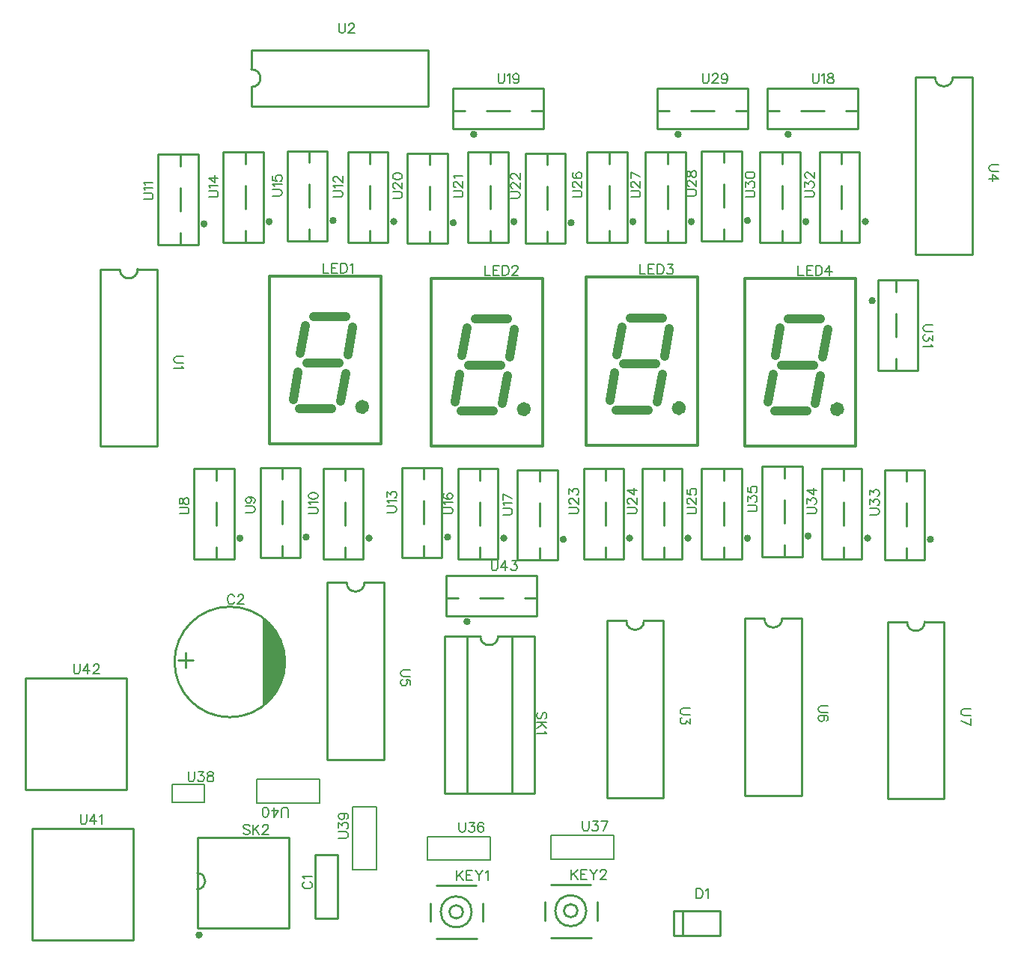
<source format=gto>
G04 Layer: TopSilkscreenLayer*
G04 EasyEDA v6.5.22, 2022-11-10 13:02:32*
G04 01bc966966e84c7b8353b39a3c1ed1af,4d8ab2db40884aeb91e54047068f32cb,10*
G04 Gerber Generator version 0.2*
G04 Scale: 100 percent, Rotated: No, Reflected: No *
G04 Dimensions in inches *
G04 leading zeros omitted , absolute positions ,3 integer and 6 decimal *
%FSLAX36Y36*%
%MOIN*%

%ADD10C,0.0060*%
%ADD11C,0.0100*%
%ADD12C,0.0394*%
%ADD13C,0.0118*%
%ADD14C,0.0157*%
%ADD15C,0.0102*%

%LPD*%
D10*
X1754799Y-1944299D02*
G01*
X1750699Y-1946399D01*
X1746599Y-1950500D01*
X1744600Y-1954499D01*
X1744600Y-1962699D01*
X1746599Y-1966799D01*
X1750699Y-1970900D01*
X1754799Y-1973000D01*
X1761000Y-1975000D01*
X1771199Y-1975000D01*
X1777299Y-1973000D01*
X1781400Y-1970900D01*
X1785500Y-1966799D01*
X1787500Y-1962699D01*
X1787500Y-1954499D01*
X1785500Y-1950500D01*
X1781400Y-1946399D01*
X1777299Y-1944299D01*
X1752799Y-1930799D02*
G01*
X1750699Y-1926700D01*
X1744600Y-1920599D01*
X1787500Y-1920599D01*
X1440694Y-674800D02*
G01*
X1438594Y-670700D01*
X1434494Y-666599D01*
X1430495Y-664600D01*
X1422295Y-664600D01*
X1418194Y-666599D01*
X1414094Y-670700D01*
X1411994Y-674800D01*
X1409994Y-680999D01*
X1409994Y-691199D01*
X1411994Y-697300D01*
X1414094Y-701399D01*
X1418194Y-705500D01*
X1422295Y-707500D01*
X1430495Y-707500D01*
X1434494Y-705500D01*
X1438594Y-701399D01*
X1440694Y-697300D01*
X1456194Y-674800D02*
G01*
X1456194Y-672800D01*
X1458294Y-668699D01*
X1460294Y-666599D01*
X1464395Y-664600D01*
X1472595Y-664600D01*
X1476694Y-666599D01*
X1478694Y-668699D01*
X1480794Y-672800D01*
X1480794Y-676900D01*
X1478694Y-680999D01*
X1474594Y-687100D01*
X1454194Y-707500D01*
X1482794Y-707500D01*
X3497500Y-1974600D02*
G01*
X3497500Y-2017500D01*
X3497500Y-1974600D02*
G01*
X3511800Y-1974600D01*
X3518000Y-1976599D01*
X3521999Y-1980700D01*
X3524099Y-1984800D01*
X3526099Y-1990999D01*
X3526099Y-2001199D01*
X3524099Y-2007300D01*
X3521999Y-2011399D01*
X3518000Y-2015500D01*
X3511800Y-2017500D01*
X3497500Y-2017500D01*
X3539600Y-1982800D02*
G01*
X3543699Y-1980700D01*
X3549899Y-1974600D01*
X3549899Y-2017500D01*
X2430000Y-1894600D02*
G01*
X2430000Y-1937500D01*
X2458599Y-1894600D02*
G01*
X2430000Y-1923200D01*
X2440200Y-1913000D02*
G01*
X2458599Y-1937500D01*
X2472100Y-1894600D02*
G01*
X2472100Y-1937500D01*
X2472100Y-1894600D02*
G01*
X2498699Y-1894600D01*
X2472100Y-1915000D02*
G01*
X2488500Y-1915000D01*
X2472100Y-1937500D02*
G01*
X2498699Y-1937500D01*
X2512200Y-1894600D02*
G01*
X2528599Y-1915000D01*
X2528599Y-1937500D01*
X2545000Y-1894600D02*
G01*
X2528599Y-1915000D01*
X2558500Y-1902800D02*
G01*
X2562500Y-1900700D01*
X2568699Y-1894600D01*
X2568699Y-1937500D01*
X2940000Y-1889600D02*
G01*
X2940000Y-1932500D01*
X2968599Y-1889600D02*
G01*
X2940000Y-1918200D01*
X2950200Y-1908000D02*
G01*
X2968599Y-1932500D01*
X2982100Y-1889600D02*
G01*
X2982100Y-1932500D01*
X2982100Y-1889600D02*
G01*
X3008699Y-1889600D01*
X2982100Y-1910000D02*
G01*
X2998500Y-1910000D01*
X2982100Y-1932500D02*
G01*
X3008699Y-1932500D01*
X3022200Y-1889600D02*
G01*
X3038599Y-1910000D01*
X3038599Y-1932500D01*
X3055000Y-1889600D02*
G01*
X3038599Y-1910000D01*
X3070500Y-1899800D02*
G01*
X3070500Y-1897800D01*
X3072500Y-1893699D01*
X3074600Y-1891599D01*
X3078699Y-1889600D01*
X3086899Y-1889600D01*
X3091000Y-1891599D01*
X3093000Y-1893699D01*
X3095000Y-1897800D01*
X3095000Y-1901900D01*
X3093000Y-1905999D01*
X3088900Y-1912100D01*
X3068500Y-1932500D01*
X3097100Y-1932500D01*
X1835730Y810109D02*
G01*
X1835730Y767210D01*
X1835730Y767210D02*
G01*
X1860230Y767210D01*
X1873729Y810109D02*
G01*
X1873729Y767210D01*
X1873729Y810109D02*
G01*
X1900330Y810109D01*
X1873729Y789710D02*
G01*
X1890129Y789710D01*
X1873729Y767210D02*
G01*
X1900330Y767210D01*
X1913829Y810109D02*
G01*
X1913829Y767210D01*
X1913829Y810109D02*
G01*
X1928230Y810109D01*
X1934330Y808110D01*
X1938429Y804009D01*
X1940429Y799909D01*
X1942529Y793710D01*
X1942529Y783510D01*
X1940429Y777409D01*
X1938429Y773310D01*
X1934330Y769209D01*
X1928230Y767210D01*
X1913829Y767210D01*
X1956030Y801909D02*
G01*
X1960129Y804009D01*
X1966229Y810109D01*
X1966229Y767210D01*
X2555730Y800109D02*
G01*
X2555730Y757210D01*
X2555730Y757210D02*
G01*
X2580230Y757210D01*
X2593729Y800109D02*
G01*
X2593729Y757210D01*
X2593729Y800109D02*
G01*
X2620330Y800109D01*
X2593729Y779710D02*
G01*
X2610129Y779710D01*
X2593729Y757210D02*
G01*
X2620330Y757210D01*
X2633829Y800109D02*
G01*
X2633829Y757210D01*
X2633829Y800109D02*
G01*
X2648230Y800109D01*
X2654330Y798110D01*
X2658429Y794009D01*
X2660429Y789909D01*
X2662529Y783710D01*
X2662529Y773510D01*
X2660429Y767409D01*
X2658429Y763310D01*
X2654330Y759209D01*
X2648230Y757210D01*
X2633829Y757210D01*
X2678029Y789909D02*
G01*
X2678029Y791909D01*
X2680129Y796010D01*
X2682129Y798110D01*
X2686229Y800109D01*
X2694430Y800109D01*
X2698530Y798110D01*
X2700529Y796010D01*
X2702629Y791909D01*
X2702629Y787809D01*
X2700529Y783710D01*
X2696430Y777609D01*
X2676030Y757210D01*
X2704629Y757210D01*
X3245730Y805109D02*
G01*
X3245730Y762210D01*
X3245730Y762210D02*
G01*
X3270230Y762210D01*
X3283729Y805109D02*
G01*
X3283729Y762210D01*
X3283729Y805109D02*
G01*
X3310330Y805109D01*
X3283729Y784710D02*
G01*
X3300129Y784710D01*
X3283729Y762210D02*
G01*
X3310330Y762210D01*
X3323829Y805109D02*
G01*
X3323829Y762210D01*
X3323829Y805109D02*
G01*
X3338230Y805109D01*
X3344330Y803110D01*
X3348429Y799009D01*
X3350429Y794909D01*
X3352529Y788710D01*
X3352529Y778510D01*
X3350429Y772409D01*
X3348429Y768310D01*
X3344330Y764209D01*
X3338230Y762210D01*
X3323829Y762210D01*
X3370129Y805109D02*
G01*
X3392629Y805109D01*
X3380330Y788710D01*
X3386430Y788710D01*
X3390529Y786709D01*
X3392629Y784710D01*
X3394629Y778510D01*
X3394629Y774409D01*
X3392629Y768310D01*
X3388530Y764209D01*
X3382330Y762210D01*
X3376229Y762210D01*
X3370129Y764209D01*
X3368029Y766210D01*
X3366030Y770309D01*
X3950730Y800109D02*
G01*
X3950730Y757210D01*
X3950730Y757210D02*
G01*
X3975230Y757210D01*
X3988729Y800109D02*
G01*
X3988729Y757210D01*
X3988729Y800109D02*
G01*
X4015330Y800109D01*
X3988729Y779710D02*
G01*
X4005129Y779710D01*
X3988729Y757210D02*
G01*
X4015330Y757210D01*
X4028829Y800109D02*
G01*
X4028829Y757210D01*
X4028829Y800109D02*
G01*
X4043230Y800109D01*
X4049330Y798110D01*
X4053429Y794009D01*
X4055429Y789909D01*
X4057529Y783710D01*
X4057529Y773510D01*
X4055429Y767409D01*
X4053429Y763310D01*
X4049330Y759209D01*
X4043230Y757210D01*
X4028829Y757210D01*
X4091430Y800109D02*
G01*
X4071030Y771509D01*
X4101729Y771509D01*
X4091430Y800109D02*
G01*
X4091430Y757210D01*
X2824300Y-1218600D02*
G01*
X2828400Y-1214499D01*
X2830399Y-1208400D01*
X2830399Y-1200199D01*
X2828400Y-1194099D01*
X2824300Y-1190000D01*
X2820200Y-1190000D01*
X2816099Y-1191999D01*
X2813999Y-1194099D01*
X2811999Y-1198200D01*
X2807899Y-1210500D01*
X2805900Y-1214499D01*
X2803800Y-1216599D01*
X2799700Y-1218600D01*
X2793599Y-1218600D01*
X2789499Y-1214499D01*
X2787500Y-1208400D01*
X2787500Y-1200199D01*
X2789499Y-1194099D01*
X2793599Y-1190000D01*
X2830399Y-1232100D02*
G01*
X2787500Y-1232100D01*
X2830399Y-1260799D02*
G01*
X2801800Y-1232100D01*
X2811999Y-1242399D02*
G01*
X2787500Y-1260799D01*
X2822200Y-1274299D02*
G01*
X2824300Y-1278400D01*
X2830399Y-1284499D01*
X2787500Y-1284499D01*
X1508599Y-1695700D02*
G01*
X1504499Y-1691599D01*
X1498400Y-1689600D01*
X1490200Y-1689600D01*
X1484099Y-1691599D01*
X1480000Y-1695700D01*
X1480000Y-1699800D01*
X1481999Y-1703899D01*
X1484099Y-1705999D01*
X1488199Y-1708000D01*
X1500500Y-1712100D01*
X1504499Y-1714099D01*
X1506599Y-1716199D01*
X1508599Y-1720300D01*
X1508599Y-1726399D01*
X1504499Y-1730500D01*
X1498400Y-1732500D01*
X1490200Y-1732500D01*
X1484099Y-1730500D01*
X1480000Y-1726399D01*
X1522100Y-1689600D02*
G01*
X1522100Y-1732500D01*
X1550799Y-1689600D02*
G01*
X1522100Y-1718200D01*
X1532399Y-1708000D02*
G01*
X1550799Y-1732500D01*
X1566300Y-1699800D02*
G01*
X1566300Y-1697800D01*
X1568400Y-1693699D01*
X1570399Y-1691599D01*
X1574499Y-1689600D01*
X1582700Y-1689600D01*
X1586800Y-1691599D01*
X1588800Y-1693699D01*
X1590900Y-1697800D01*
X1590900Y-1701900D01*
X1588800Y-1705999D01*
X1584700Y-1712100D01*
X1564300Y-1732500D01*
X1592899Y-1732500D01*
X1214070Y394659D02*
G01*
X1183370Y394659D01*
X1177269Y392660D01*
X1173170Y388560D01*
X1171170Y382359D01*
X1171170Y378260D01*
X1173170Y372159D01*
X1177269Y368060D01*
X1183370Y366060D01*
X1214070Y366060D01*
X1205870Y352559D02*
G01*
X1207969Y348460D01*
X1214070Y342260D01*
X1171170Y342260D01*
X1905339Y1879070D02*
G01*
X1905339Y1848370D01*
X1907340Y1842269D01*
X1911440Y1838170D01*
X1917640Y1836170D01*
X1921739Y1836170D01*
X1927839Y1838170D01*
X1931940Y1842269D01*
X1933940Y1848370D01*
X1933940Y1879070D01*
X1949539Y1868870D02*
G01*
X1949539Y1870870D01*
X1951540Y1874969D01*
X1953639Y1877069D01*
X1957740Y1879070D01*
X1965839Y1879070D01*
X1969939Y1877069D01*
X1972039Y1874969D01*
X1974040Y1870870D01*
X1974040Y1866770D01*
X1972039Y1862669D01*
X1967939Y1856570D01*
X1947439Y1836170D01*
X1976139Y1836170D01*
X3469070Y-1170340D02*
G01*
X3438370Y-1170340D01*
X3432269Y-1172339D01*
X3428170Y-1176439D01*
X3426170Y-1182640D01*
X3426170Y-1186739D01*
X3428170Y-1192840D01*
X3432269Y-1196939D01*
X3438370Y-1198939D01*
X3469070Y-1198939D01*
X3469070Y-1216540D02*
G01*
X3469070Y-1239040D01*
X3452669Y-1226840D01*
X3452669Y-1232939D01*
X3450670Y-1237040D01*
X3448670Y-1239040D01*
X3442470Y-1241140D01*
X3438370Y-1241140D01*
X3432269Y-1239040D01*
X3428170Y-1234940D01*
X3426170Y-1228840D01*
X3426170Y-1222739D01*
X3428170Y-1216540D01*
X3430169Y-1214540D01*
X3434269Y-1212440D01*
X4844070Y1249659D02*
G01*
X4813370Y1249659D01*
X4807269Y1247660D01*
X4803170Y1243560D01*
X4801170Y1237359D01*
X4801170Y1233260D01*
X4803170Y1227159D01*
X4807269Y1223060D01*
X4813370Y1221060D01*
X4844070Y1221060D01*
X4844070Y1187060D02*
G01*
X4815469Y1207559D01*
X4815469Y1176860D01*
X4844070Y1187060D02*
G01*
X4801170Y1187060D01*
X2224070Y-1000340D02*
G01*
X2193370Y-1000340D01*
X2187269Y-1002339D01*
X2183170Y-1006439D01*
X2181170Y-1012640D01*
X2181170Y-1016739D01*
X2183170Y-1022840D01*
X2187269Y-1026939D01*
X2193370Y-1028939D01*
X2224070Y-1028939D01*
X2224070Y-1067040D02*
G01*
X2224070Y-1046540D01*
X2205670Y-1044540D01*
X2207669Y-1046540D01*
X2209769Y-1052739D01*
X2209769Y-1058840D01*
X2207669Y-1064940D01*
X2203670Y-1069040D01*
X2197470Y-1071140D01*
X2193370Y-1071140D01*
X2187269Y-1069040D01*
X2183170Y-1064940D01*
X2181170Y-1058840D01*
X2181170Y-1052739D01*
X2183170Y-1046540D01*
X2185169Y-1044540D01*
X2189269Y-1042440D01*
X4084070Y-1160340D02*
G01*
X4053370Y-1160340D01*
X4047269Y-1162339D01*
X4043170Y-1166439D01*
X4041170Y-1172640D01*
X4041170Y-1176739D01*
X4043170Y-1182840D01*
X4047269Y-1186939D01*
X4053370Y-1188939D01*
X4084070Y-1188939D01*
X4077969Y-1227040D02*
G01*
X4082070Y-1224940D01*
X4084070Y-1218840D01*
X4084070Y-1214740D01*
X4082070Y-1208640D01*
X4075870Y-1204540D01*
X4065670Y-1202440D01*
X4055469Y-1202440D01*
X4047269Y-1204540D01*
X4043170Y-1208640D01*
X4041170Y-1214740D01*
X4041170Y-1216840D01*
X4043170Y-1222939D01*
X4047269Y-1227040D01*
X4053370Y-1229040D01*
X4055469Y-1229040D01*
X4061570Y-1227040D01*
X4065670Y-1222939D01*
X4067669Y-1216840D01*
X4067669Y-1214740D01*
X4065670Y-1208640D01*
X4061570Y-1204540D01*
X4055469Y-1202440D01*
X4719070Y-1175340D02*
G01*
X4688370Y-1175340D01*
X4682269Y-1177339D01*
X4678170Y-1181439D01*
X4676170Y-1187640D01*
X4676170Y-1191739D01*
X4678170Y-1197840D01*
X4682269Y-1201939D01*
X4688370Y-1203939D01*
X4719070Y-1203939D01*
X4719070Y-1246140D02*
G01*
X4676170Y-1225639D01*
X4719070Y-1217440D02*
G01*
X4719070Y-1246140D01*
X1195100Y-305000D02*
G01*
X1225799Y-305000D01*
X1231899Y-303000D01*
X1236000Y-298899D01*
X1238000Y-292699D01*
X1238000Y-288600D01*
X1236000Y-282500D01*
X1231899Y-278400D01*
X1225799Y-276399D01*
X1195100Y-276399D01*
X1195100Y-252600D02*
G01*
X1197100Y-258800D01*
X1201199Y-260799D01*
X1205299Y-260799D01*
X1209399Y-258800D01*
X1211499Y-254699D01*
X1213500Y-246500D01*
X1215500Y-240399D01*
X1219600Y-236300D01*
X1223699Y-234200D01*
X1229899Y-234200D01*
X1233999Y-236300D01*
X1236000Y-238299D01*
X1238000Y-244499D01*
X1238000Y-252600D01*
X1236000Y-258800D01*
X1233999Y-260799D01*
X1229899Y-262899D01*
X1223699Y-262899D01*
X1219600Y-260799D01*
X1215500Y-256700D01*
X1213500Y-250599D01*
X1211499Y-242399D01*
X1209399Y-238299D01*
X1205299Y-236300D01*
X1201199Y-236300D01*
X1197100Y-238299D01*
X1195100Y-244499D01*
X1195100Y-252600D01*
X1490100Y-300000D02*
G01*
X1520799Y-300000D01*
X1526899Y-298000D01*
X1531000Y-293899D01*
X1533000Y-287699D01*
X1533000Y-283600D01*
X1531000Y-277500D01*
X1526899Y-273400D01*
X1520799Y-271399D01*
X1490100Y-271399D01*
X1504399Y-231300D02*
G01*
X1510500Y-233299D01*
X1514600Y-237399D01*
X1516700Y-243499D01*
X1516700Y-245599D01*
X1514600Y-251700D01*
X1510500Y-255799D01*
X1504399Y-257899D01*
X1502399Y-257899D01*
X1496199Y-255799D01*
X1492100Y-251700D01*
X1490100Y-245599D01*
X1490100Y-243499D01*
X1492100Y-237399D01*
X1496199Y-233299D01*
X1504399Y-231300D01*
X1514600Y-231300D01*
X1524899Y-233299D01*
X1531000Y-237399D01*
X1533000Y-243499D01*
X1533000Y-247600D01*
X1531000Y-253800D01*
X1526899Y-255799D01*
X1770100Y-305000D02*
G01*
X1800799Y-305000D01*
X1806899Y-303000D01*
X1811000Y-298899D01*
X1813000Y-292699D01*
X1813000Y-288600D01*
X1811000Y-282500D01*
X1806899Y-278400D01*
X1800799Y-276399D01*
X1770100Y-276399D01*
X1778299Y-262899D02*
G01*
X1776199Y-258800D01*
X1770100Y-252600D01*
X1813000Y-252600D01*
X1770100Y-226900D02*
G01*
X1772100Y-233000D01*
X1778299Y-237100D01*
X1788500Y-239099D01*
X1794600Y-239099D01*
X1804899Y-237100D01*
X1811000Y-233000D01*
X1813000Y-226900D01*
X1813000Y-222800D01*
X1811000Y-216599D01*
X1804899Y-212500D01*
X1794600Y-210500D01*
X1788500Y-210500D01*
X1778299Y-212500D01*
X1772100Y-216599D01*
X1770100Y-222800D01*
X1770100Y-226900D01*
X1035100Y1095000D02*
G01*
X1065799Y1095000D01*
X1071899Y1096999D01*
X1076000Y1101100D01*
X1078000Y1107300D01*
X1078000Y1111399D01*
X1076000Y1117500D01*
X1071899Y1121599D01*
X1065799Y1123600D01*
X1035100Y1123600D01*
X1043299Y1137100D02*
G01*
X1041199Y1141199D01*
X1035100Y1147399D01*
X1078000Y1147399D01*
X1043299Y1160900D02*
G01*
X1041199Y1165000D01*
X1035100Y1171100D01*
X1078000Y1171100D01*
X1880100Y1105000D02*
G01*
X1910799Y1105000D01*
X1916899Y1106999D01*
X1921000Y1111100D01*
X1923000Y1117300D01*
X1923000Y1121399D01*
X1921000Y1127500D01*
X1916899Y1131599D01*
X1910799Y1133600D01*
X1880100Y1133600D01*
X1888299Y1147100D02*
G01*
X1886199Y1151199D01*
X1880100Y1157399D01*
X1923000Y1157399D01*
X1890299Y1172899D02*
G01*
X1888299Y1172899D01*
X1884200Y1175000D01*
X1882100Y1176999D01*
X1880100Y1181100D01*
X1880100Y1189299D01*
X1882100Y1193400D01*
X1884200Y1195399D01*
X1888299Y1197500D01*
X1892399Y1197500D01*
X1896499Y1195399D01*
X1902600Y1191300D01*
X1923000Y1170900D01*
X1923000Y1199499D01*
X2120100Y-300000D02*
G01*
X2150799Y-300000D01*
X2156899Y-298000D01*
X2161000Y-293899D01*
X2163000Y-287699D01*
X2163000Y-283600D01*
X2161000Y-277500D01*
X2156899Y-273400D01*
X2150799Y-271399D01*
X2120100Y-271399D01*
X2128299Y-257899D02*
G01*
X2126199Y-253800D01*
X2120100Y-247600D01*
X2163000Y-247600D01*
X2120100Y-230000D02*
G01*
X2120100Y-207500D01*
X2136499Y-219800D01*
X2136499Y-213699D01*
X2138500Y-209600D01*
X2140500Y-207500D01*
X2146700Y-205500D01*
X2150799Y-205500D01*
X2156899Y-207500D01*
X2161000Y-211599D01*
X2163000Y-217800D01*
X2163000Y-223899D01*
X2161000Y-230000D01*
X2158999Y-232100D01*
X2154899Y-234099D01*
X1325100Y1105000D02*
G01*
X1355799Y1105000D01*
X1361899Y1106999D01*
X1366000Y1111100D01*
X1368000Y1117300D01*
X1368000Y1121399D01*
X1366000Y1127500D01*
X1361899Y1131599D01*
X1355799Y1133600D01*
X1325100Y1133600D01*
X1333299Y1147100D02*
G01*
X1331199Y1151199D01*
X1325100Y1157399D01*
X1368000Y1157399D01*
X1325100Y1191300D02*
G01*
X1353699Y1170900D01*
X1353699Y1201500D01*
X1325100Y1191300D02*
G01*
X1368000Y1191300D01*
X1610100Y1110000D02*
G01*
X1640799Y1110000D01*
X1646899Y1111999D01*
X1651000Y1116100D01*
X1653000Y1122300D01*
X1653000Y1126399D01*
X1651000Y1132500D01*
X1646899Y1136599D01*
X1640799Y1138600D01*
X1610100Y1138600D01*
X1618299Y1152100D02*
G01*
X1616199Y1156199D01*
X1610100Y1162399D01*
X1653000Y1162399D01*
X1610100Y1200399D02*
G01*
X1610100Y1180000D01*
X1628500Y1177899D01*
X1626499Y1180000D01*
X1624399Y1186100D01*
X1624399Y1192199D01*
X1626499Y1198400D01*
X1630500Y1202500D01*
X1636700Y1204499D01*
X1640799Y1204499D01*
X1646899Y1202500D01*
X1651000Y1198400D01*
X1653000Y1192199D01*
X1653000Y1186100D01*
X1651000Y1180000D01*
X1648999Y1177899D01*
X1644899Y1175900D01*
X2370100Y-305000D02*
G01*
X2400799Y-305000D01*
X2406899Y-303000D01*
X2411000Y-298899D01*
X2413000Y-292699D01*
X2413000Y-288600D01*
X2411000Y-282500D01*
X2406899Y-278400D01*
X2400799Y-276399D01*
X2370100Y-276399D01*
X2378299Y-262899D02*
G01*
X2376199Y-258800D01*
X2370100Y-252600D01*
X2413000Y-252600D01*
X2376199Y-214600D02*
G01*
X2372100Y-216599D01*
X2370100Y-222800D01*
X2370100Y-226900D01*
X2372100Y-233000D01*
X2378299Y-237100D01*
X2388500Y-239099D01*
X2398699Y-239099D01*
X2406899Y-237100D01*
X2411000Y-233000D01*
X2413000Y-226900D01*
X2413000Y-224800D01*
X2411000Y-218699D01*
X2406899Y-214600D01*
X2400799Y-212500D01*
X2398699Y-212500D01*
X2392600Y-214600D01*
X2388500Y-218699D01*
X2386499Y-224800D01*
X2386499Y-226900D01*
X2388500Y-233000D01*
X2392600Y-237100D01*
X2398699Y-239099D01*
X2635100Y-310000D02*
G01*
X2665799Y-310000D01*
X2671899Y-308000D01*
X2676000Y-303899D01*
X2678000Y-297699D01*
X2678000Y-293600D01*
X2676000Y-287500D01*
X2671899Y-283400D01*
X2665799Y-281399D01*
X2635100Y-281399D01*
X2643299Y-267899D02*
G01*
X2641199Y-263800D01*
X2635100Y-257600D01*
X2678000Y-257600D01*
X2635100Y-215500D02*
G01*
X2678000Y-235999D01*
X2635100Y-244099D02*
G01*
X2635100Y-215500D01*
X4015000Y1654899D02*
G01*
X4015000Y1624200D01*
X4016999Y1618099D01*
X4021099Y1614000D01*
X4027299Y1611999D01*
X4031400Y1611999D01*
X4037500Y1614000D01*
X4041599Y1618099D01*
X4043599Y1624200D01*
X4043599Y1654899D01*
X4057100Y1646700D02*
G01*
X4061199Y1648800D01*
X4067399Y1654899D01*
X4067399Y1611999D01*
X4091099Y1654899D02*
G01*
X4085000Y1652899D01*
X4082899Y1648800D01*
X4082899Y1644699D01*
X4085000Y1640599D01*
X4088999Y1638499D01*
X4097200Y1636500D01*
X4103400Y1634499D01*
X4107500Y1630399D01*
X4109499Y1626300D01*
X4109499Y1620100D01*
X4107500Y1615999D01*
X4105399Y1614000D01*
X4099300Y1611999D01*
X4091099Y1611999D01*
X4085000Y1614000D01*
X4082899Y1615999D01*
X4080900Y1620100D01*
X4080900Y1626300D01*
X4082899Y1630399D01*
X4086999Y1634499D01*
X4093100Y1636500D01*
X4101300Y1638499D01*
X4105399Y1640599D01*
X4107500Y1644699D01*
X4107500Y1648800D01*
X4105399Y1652899D01*
X4099300Y1654899D01*
X4091099Y1654899D01*
X2615000Y1654899D02*
G01*
X2615000Y1624200D01*
X2616999Y1618099D01*
X2621099Y1614000D01*
X2627299Y1611999D01*
X2631400Y1611999D01*
X2637500Y1614000D01*
X2641599Y1618099D01*
X2643599Y1624200D01*
X2643599Y1654899D01*
X2657100Y1646700D02*
G01*
X2661199Y1648800D01*
X2667399Y1654899D01*
X2667399Y1611999D01*
X2707500Y1640599D02*
G01*
X2705399Y1634499D01*
X2701300Y1630399D01*
X2695200Y1628299D01*
X2693100Y1628299D01*
X2686999Y1630399D01*
X2682899Y1634499D01*
X2680900Y1640599D01*
X2680900Y1642600D01*
X2682899Y1648800D01*
X2686999Y1652899D01*
X2693100Y1654899D01*
X2695200Y1654899D01*
X2701300Y1652899D01*
X2705399Y1648800D01*
X2707500Y1640599D01*
X2707500Y1630399D01*
X2705399Y1620100D01*
X2701300Y1614000D01*
X2695200Y1611999D01*
X2691099Y1611999D01*
X2685000Y1614000D01*
X2682899Y1618099D01*
X2145100Y1100000D02*
G01*
X2175799Y1100000D01*
X2181899Y1101999D01*
X2186000Y1106100D01*
X2188000Y1112300D01*
X2188000Y1116399D01*
X2186000Y1122500D01*
X2181899Y1126599D01*
X2175799Y1128600D01*
X2145100Y1128600D01*
X2155299Y1144200D02*
G01*
X2153299Y1144200D01*
X2149200Y1146199D01*
X2147100Y1148299D01*
X2145100Y1152399D01*
X2145100Y1160500D01*
X2147100Y1164600D01*
X2149200Y1166700D01*
X2153299Y1168699D01*
X2157399Y1168699D01*
X2161499Y1166700D01*
X2167600Y1162600D01*
X2188000Y1142100D01*
X2188000Y1170799D01*
X2145100Y1196500D02*
G01*
X2147100Y1190399D01*
X2153299Y1186300D01*
X2163500Y1184299D01*
X2169600Y1184299D01*
X2179899Y1186300D01*
X2186000Y1190399D01*
X2188000Y1196500D01*
X2188000Y1200599D01*
X2186000Y1206799D01*
X2179899Y1210900D01*
X2169600Y1212899D01*
X2163500Y1212899D01*
X2153299Y1210900D01*
X2147100Y1206799D01*
X2145100Y1200599D01*
X2145100Y1196500D01*
X2415100Y1105000D02*
G01*
X2445799Y1105000D01*
X2451899Y1106999D01*
X2456000Y1111100D01*
X2458000Y1117300D01*
X2458000Y1121399D01*
X2456000Y1127500D01*
X2451899Y1131599D01*
X2445799Y1133600D01*
X2415100Y1133600D01*
X2425299Y1149200D02*
G01*
X2423299Y1149200D01*
X2419200Y1151199D01*
X2417100Y1153299D01*
X2415100Y1157399D01*
X2415100Y1165500D01*
X2417100Y1169600D01*
X2419200Y1171700D01*
X2423299Y1173699D01*
X2427399Y1173699D01*
X2431499Y1171700D01*
X2437600Y1167600D01*
X2458000Y1147100D01*
X2458000Y1175799D01*
X2423299Y1189299D02*
G01*
X2421199Y1193400D01*
X2415100Y1199499D01*
X2458000Y1199499D01*
X2670100Y1100000D02*
G01*
X2700799Y1100000D01*
X2706899Y1101999D01*
X2711000Y1106100D01*
X2713000Y1112300D01*
X2713000Y1116399D01*
X2711000Y1122500D01*
X2706899Y1126599D01*
X2700799Y1128600D01*
X2670100Y1128600D01*
X2680299Y1144200D02*
G01*
X2678299Y1144200D01*
X2674200Y1146199D01*
X2672100Y1148299D01*
X2670100Y1152399D01*
X2670100Y1160500D01*
X2672100Y1164600D01*
X2674200Y1166700D01*
X2678299Y1168699D01*
X2682399Y1168699D01*
X2686499Y1166700D01*
X2692600Y1162600D01*
X2713000Y1142100D01*
X2713000Y1170799D01*
X2680299Y1186300D02*
G01*
X2678299Y1186300D01*
X2674200Y1188400D01*
X2672100Y1190399D01*
X2670100Y1194499D01*
X2670100Y1202699D01*
X2672100Y1206799D01*
X2674200Y1208800D01*
X2678299Y1210900D01*
X2682399Y1210900D01*
X2686499Y1208800D01*
X2692600Y1204699D01*
X2713000Y1184299D01*
X2713000Y1212899D01*
X2930100Y-305000D02*
G01*
X2960799Y-305000D01*
X2966899Y-303000D01*
X2971000Y-298899D01*
X2973000Y-292699D01*
X2973000Y-288600D01*
X2971000Y-282500D01*
X2966899Y-278400D01*
X2960799Y-276399D01*
X2930100Y-276399D01*
X2940299Y-260799D02*
G01*
X2938299Y-260799D01*
X2934200Y-258800D01*
X2932100Y-256700D01*
X2930100Y-252600D01*
X2930100Y-244499D01*
X2932100Y-240399D01*
X2934200Y-238299D01*
X2938299Y-236300D01*
X2942399Y-236300D01*
X2946499Y-238299D01*
X2952600Y-242399D01*
X2973000Y-262899D01*
X2973000Y-234200D01*
X2930100Y-216599D02*
G01*
X2930100Y-194099D01*
X2946499Y-206399D01*
X2946499Y-200300D01*
X2948500Y-196199D01*
X2950500Y-194099D01*
X2956700Y-192100D01*
X2960799Y-192100D01*
X2966899Y-194099D01*
X2971000Y-198200D01*
X2973000Y-204400D01*
X2973000Y-210500D01*
X2971000Y-216599D01*
X2968999Y-218699D01*
X2964899Y-220700D01*
X3190100Y-305000D02*
G01*
X3220799Y-305000D01*
X3226899Y-303000D01*
X3231000Y-298899D01*
X3233000Y-292699D01*
X3233000Y-288600D01*
X3231000Y-282500D01*
X3226899Y-278400D01*
X3220799Y-276399D01*
X3190100Y-276399D01*
X3200299Y-260799D02*
G01*
X3198299Y-260799D01*
X3194200Y-258800D01*
X3192100Y-256700D01*
X3190100Y-252600D01*
X3190100Y-244499D01*
X3192100Y-240399D01*
X3194200Y-238299D01*
X3198299Y-236300D01*
X3202399Y-236300D01*
X3206499Y-238299D01*
X3212600Y-242399D01*
X3233000Y-262899D01*
X3233000Y-234200D01*
X3190100Y-200300D02*
G01*
X3218699Y-220700D01*
X3218699Y-190000D01*
X3190100Y-200300D02*
G01*
X3233000Y-200300D01*
X3455100Y-305000D02*
G01*
X3485799Y-305000D01*
X3491899Y-303000D01*
X3496000Y-298899D01*
X3498000Y-292699D01*
X3498000Y-288600D01*
X3496000Y-282500D01*
X3491899Y-278400D01*
X3485799Y-276399D01*
X3455100Y-276399D01*
X3465299Y-260799D02*
G01*
X3463299Y-260799D01*
X3459200Y-258800D01*
X3457100Y-256700D01*
X3455100Y-252600D01*
X3455100Y-244499D01*
X3457100Y-240399D01*
X3459200Y-238299D01*
X3463299Y-236300D01*
X3467399Y-236300D01*
X3471499Y-238299D01*
X3477600Y-242399D01*
X3498000Y-262899D01*
X3498000Y-234200D01*
X3455100Y-196199D02*
G01*
X3455100Y-216599D01*
X3473500Y-218699D01*
X3471499Y-216599D01*
X3469399Y-210500D01*
X3469399Y-204400D01*
X3471499Y-198200D01*
X3475500Y-194099D01*
X3481700Y-192100D01*
X3485799Y-192100D01*
X3491899Y-194099D01*
X3496000Y-198200D01*
X3498000Y-204400D01*
X3498000Y-210500D01*
X3496000Y-216599D01*
X3493999Y-218699D01*
X3489899Y-220700D01*
X2945100Y1105000D02*
G01*
X2975799Y1105000D01*
X2981899Y1106999D01*
X2986000Y1111100D01*
X2988000Y1117300D01*
X2988000Y1121399D01*
X2986000Y1127500D01*
X2981899Y1131599D01*
X2975799Y1133600D01*
X2945100Y1133600D01*
X2955299Y1149200D02*
G01*
X2953299Y1149200D01*
X2949200Y1151199D01*
X2947100Y1153299D01*
X2945100Y1157399D01*
X2945100Y1165500D01*
X2947100Y1169600D01*
X2949200Y1171700D01*
X2953299Y1173699D01*
X2957399Y1173699D01*
X2961499Y1171700D01*
X2967600Y1167600D01*
X2988000Y1147100D01*
X2988000Y1175799D01*
X2951199Y1213800D02*
G01*
X2947100Y1211799D01*
X2945100Y1205599D01*
X2945100Y1201500D01*
X2947100Y1195399D01*
X2953299Y1191300D01*
X2963500Y1189299D01*
X2973699Y1189299D01*
X2981899Y1191300D01*
X2986000Y1195399D01*
X2988000Y1201500D01*
X2988000Y1203600D01*
X2986000Y1209699D01*
X2981899Y1213800D01*
X2975799Y1215900D01*
X2973699Y1215900D01*
X2967600Y1213800D01*
X2963500Y1209699D01*
X2961499Y1203600D01*
X2961499Y1201500D01*
X2963500Y1195399D01*
X2967600Y1191300D01*
X2973699Y1189299D01*
X3205100Y1105000D02*
G01*
X3235799Y1105000D01*
X3241899Y1106999D01*
X3246000Y1111100D01*
X3248000Y1117300D01*
X3248000Y1121399D01*
X3246000Y1127500D01*
X3241899Y1131599D01*
X3235799Y1133600D01*
X3205100Y1133600D01*
X3215299Y1149200D02*
G01*
X3213299Y1149200D01*
X3209200Y1151199D01*
X3207100Y1153299D01*
X3205100Y1157399D01*
X3205100Y1165500D01*
X3207100Y1169600D01*
X3209200Y1171700D01*
X3213299Y1173699D01*
X3217399Y1173699D01*
X3221499Y1171700D01*
X3227600Y1167600D01*
X3248000Y1147100D01*
X3248000Y1175799D01*
X3205100Y1217899D02*
G01*
X3248000Y1197500D01*
X3205100Y1189299D02*
G01*
X3205100Y1217899D01*
X3455100Y1110000D02*
G01*
X3485799Y1110000D01*
X3491899Y1111999D01*
X3496000Y1116100D01*
X3498000Y1122300D01*
X3498000Y1126399D01*
X3496000Y1132500D01*
X3491899Y1136599D01*
X3485799Y1138600D01*
X3455100Y1138600D01*
X3465299Y1154200D02*
G01*
X3463299Y1154200D01*
X3459200Y1156199D01*
X3457100Y1158299D01*
X3455100Y1162399D01*
X3455100Y1170500D01*
X3457100Y1174600D01*
X3459200Y1176700D01*
X3463299Y1178699D01*
X3467399Y1178699D01*
X3471499Y1176700D01*
X3477600Y1172600D01*
X3498000Y1152100D01*
X3498000Y1180799D01*
X3455100Y1204499D02*
G01*
X3457100Y1198400D01*
X3461199Y1196300D01*
X3465299Y1196300D01*
X3469399Y1198400D01*
X3471499Y1202500D01*
X3473500Y1210599D01*
X3475500Y1216799D01*
X3479600Y1220900D01*
X3483699Y1222899D01*
X3489899Y1222899D01*
X3493999Y1220900D01*
X3496000Y1218800D01*
X3498000Y1212699D01*
X3498000Y1204499D01*
X3496000Y1198400D01*
X3493999Y1196300D01*
X3489899Y1194299D01*
X3483699Y1194299D01*
X3479600Y1196300D01*
X3475500Y1200399D01*
X3473500Y1206500D01*
X3471499Y1214699D01*
X3469399Y1218800D01*
X3465299Y1220900D01*
X3461199Y1220900D01*
X3457100Y1218800D01*
X3455100Y1212699D01*
X3455100Y1204499D01*
X3525000Y1654899D02*
G01*
X3525000Y1624200D01*
X3526999Y1618099D01*
X3531099Y1614000D01*
X3537299Y1611999D01*
X3541400Y1611999D01*
X3547500Y1614000D01*
X3551599Y1618099D01*
X3553599Y1624200D01*
X3553599Y1654899D01*
X3569200Y1644699D02*
G01*
X3569200Y1646700D01*
X3571199Y1650799D01*
X3573299Y1652899D01*
X3577399Y1654899D01*
X3585500Y1654899D01*
X3589600Y1652899D01*
X3591700Y1650799D01*
X3593699Y1646700D01*
X3593699Y1642600D01*
X3591700Y1638499D01*
X3587600Y1632399D01*
X3567100Y1611999D01*
X3595799Y1611999D01*
X3635900Y1640599D02*
G01*
X3633800Y1634499D01*
X3629700Y1630399D01*
X3623599Y1628299D01*
X3621499Y1628299D01*
X3615399Y1630399D01*
X3611300Y1634499D01*
X3609300Y1640599D01*
X3609300Y1642600D01*
X3611300Y1648800D01*
X3615399Y1652899D01*
X3621499Y1654899D01*
X3623599Y1654899D01*
X3629700Y1652899D01*
X3633800Y1648800D01*
X3635900Y1640599D01*
X3635900Y1630399D01*
X3633800Y1620100D01*
X3629700Y1614000D01*
X3623599Y1611999D01*
X3619499Y1611999D01*
X3613400Y1614000D01*
X3611300Y1618099D01*
X3715100Y1105000D02*
G01*
X3745799Y1105000D01*
X3751899Y1106999D01*
X3756000Y1111100D01*
X3758000Y1117300D01*
X3758000Y1121399D01*
X3756000Y1127500D01*
X3751899Y1131599D01*
X3745799Y1133600D01*
X3715100Y1133600D01*
X3715100Y1151199D02*
G01*
X3715100Y1173699D01*
X3731499Y1161500D01*
X3731499Y1167600D01*
X3733500Y1171700D01*
X3735500Y1173699D01*
X3741700Y1175799D01*
X3745799Y1175799D01*
X3751899Y1173699D01*
X3756000Y1169600D01*
X3758000Y1163499D01*
X3758000Y1157399D01*
X3756000Y1151199D01*
X3753999Y1149200D01*
X3749899Y1147100D01*
X3715100Y1201500D02*
G01*
X3717100Y1195399D01*
X3723299Y1191300D01*
X3733500Y1189299D01*
X3739600Y1189299D01*
X3749899Y1191300D01*
X3756000Y1195399D01*
X3758000Y1201500D01*
X3758000Y1205599D01*
X3756000Y1211799D01*
X3749899Y1215900D01*
X3739600Y1217899D01*
X3733500Y1217899D01*
X3723299Y1215900D01*
X3717100Y1211799D01*
X3715100Y1205599D01*
X3715100Y1201500D01*
X4549899Y535000D02*
G01*
X4519200Y535000D01*
X4513100Y533000D01*
X4508999Y528899D01*
X4506999Y522699D01*
X4506999Y518600D01*
X4508999Y512500D01*
X4513100Y508400D01*
X4519200Y506399D01*
X4549899Y506399D01*
X4549899Y488800D02*
G01*
X4549899Y466300D01*
X4533500Y478499D01*
X4533500Y472399D01*
X4531499Y468299D01*
X4529499Y466300D01*
X4523299Y464200D01*
X4519200Y464200D01*
X4513100Y466300D01*
X4508999Y470399D01*
X4506999Y476500D01*
X4506999Y482600D01*
X4508999Y488800D01*
X4511000Y490799D01*
X4515100Y492899D01*
X4541700Y450700D02*
G01*
X4543800Y446599D01*
X4549899Y440500D01*
X4506999Y440500D01*
X3980100Y1105000D02*
G01*
X4010799Y1105000D01*
X4016899Y1106999D01*
X4021000Y1111100D01*
X4023000Y1117300D01*
X4023000Y1121399D01*
X4021000Y1127500D01*
X4016899Y1131599D01*
X4010799Y1133600D01*
X3980100Y1133600D01*
X3980100Y1151199D02*
G01*
X3980100Y1173699D01*
X3996499Y1161500D01*
X3996499Y1167600D01*
X3998500Y1171700D01*
X4000500Y1173699D01*
X4006700Y1175799D01*
X4010799Y1175799D01*
X4016899Y1173699D01*
X4021000Y1169600D01*
X4023000Y1163499D01*
X4023000Y1157399D01*
X4021000Y1151199D01*
X4018999Y1149200D01*
X4014899Y1147100D01*
X3990299Y1191300D02*
G01*
X3988299Y1191300D01*
X3984200Y1193400D01*
X3982100Y1195399D01*
X3980100Y1199499D01*
X3980100Y1207699D01*
X3982100Y1211799D01*
X3984200Y1213800D01*
X3988299Y1215900D01*
X3992399Y1215900D01*
X3996499Y1213800D01*
X4002600Y1209699D01*
X4023000Y1189299D01*
X4023000Y1217899D01*
X4270100Y-310000D02*
G01*
X4300799Y-310000D01*
X4306899Y-308000D01*
X4311000Y-303899D01*
X4313000Y-297699D01*
X4313000Y-293600D01*
X4311000Y-287500D01*
X4306899Y-283400D01*
X4300799Y-281399D01*
X4270100Y-281399D01*
X4270100Y-263800D02*
G01*
X4270100Y-241300D01*
X4286499Y-253499D01*
X4286499Y-247399D01*
X4288500Y-243299D01*
X4290500Y-241300D01*
X4296700Y-239200D01*
X4300799Y-239200D01*
X4306899Y-241300D01*
X4311000Y-245399D01*
X4313000Y-251500D01*
X4313000Y-257600D01*
X4311000Y-263800D01*
X4308999Y-265799D01*
X4304899Y-267899D01*
X4270100Y-221599D02*
G01*
X4270100Y-199099D01*
X4286499Y-211399D01*
X4286499Y-205300D01*
X4288500Y-201199D01*
X4290500Y-199099D01*
X4296700Y-197100D01*
X4300799Y-197100D01*
X4306899Y-199099D01*
X4311000Y-203200D01*
X4313000Y-209400D01*
X4313000Y-215500D01*
X4311000Y-221599D01*
X4308999Y-223699D01*
X4304899Y-225700D01*
X3990100Y-305000D02*
G01*
X4020799Y-305000D01*
X4026899Y-303000D01*
X4031000Y-298899D01*
X4033000Y-292699D01*
X4033000Y-288600D01*
X4031000Y-282500D01*
X4026899Y-278400D01*
X4020799Y-276399D01*
X3990100Y-276399D01*
X3990100Y-258800D02*
G01*
X3990100Y-236300D01*
X4006499Y-248499D01*
X4006499Y-242399D01*
X4008500Y-238299D01*
X4010500Y-236300D01*
X4016700Y-234200D01*
X4020799Y-234200D01*
X4026899Y-236300D01*
X4031000Y-240399D01*
X4033000Y-246500D01*
X4033000Y-252600D01*
X4031000Y-258800D01*
X4028999Y-260799D01*
X4024899Y-262899D01*
X3990100Y-200300D02*
G01*
X4018699Y-220700D01*
X4018699Y-190000D01*
X3990100Y-200300D02*
G01*
X4033000Y-200300D01*
X3725100Y-295000D02*
G01*
X3755799Y-295000D01*
X3761899Y-293000D01*
X3766000Y-288899D01*
X3768000Y-282699D01*
X3768000Y-278600D01*
X3766000Y-272500D01*
X3761899Y-268400D01*
X3755799Y-266399D01*
X3725100Y-266399D01*
X3725100Y-248800D02*
G01*
X3725100Y-226300D01*
X3741499Y-238499D01*
X3741499Y-232399D01*
X3743500Y-228299D01*
X3745500Y-226300D01*
X3751700Y-224200D01*
X3755799Y-224200D01*
X3761899Y-226300D01*
X3766000Y-230399D01*
X3768000Y-236500D01*
X3768000Y-242600D01*
X3766000Y-248800D01*
X3763999Y-250799D01*
X3759899Y-252899D01*
X3725100Y-186199D02*
G01*
X3725100Y-206599D01*
X3743500Y-208699D01*
X3741499Y-206599D01*
X3739399Y-200500D01*
X3739399Y-194400D01*
X3741499Y-188200D01*
X3745500Y-184099D01*
X3751700Y-182100D01*
X3755799Y-182100D01*
X3761899Y-184099D01*
X3766000Y-188200D01*
X3768000Y-194400D01*
X3768000Y-200500D01*
X3766000Y-206599D01*
X3763999Y-208699D01*
X3759899Y-210700D01*
X2439994Y-1679600D02*
G01*
X2439994Y-1710300D01*
X2441994Y-1716399D01*
X2446094Y-1720500D01*
X2452295Y-1722500D01*
X2456395Y-1722500D01*
X2462494Y-1720500D01*
X2466594Y-1716399D01*
X2468594Y-1710300D01*
X2468594Y-1679600D01*
X2486194Y-1679600D02*
G01*
X2508694Y-1679600D01*
X2496495Y-1695999D01*
X2502595Y-1695999D01*
X2506694Y-1698000D01*
X2508694Y-1700000D01*
X2510794Y-1706199D01*
X2510794Y-1710300D01*
X2508694Y-1716399D01*
X2504594Y-1720500D01*
X2498495Y-1722500D01*
X2492394Y-1722500D01*
X2486194Y-1720500D01*
X2484194Y-1718499D01*
X2482094Y-1714400D01*
X2548795Y-1685700D02*
G01*
X2546795Y-1681599D01*
X2540595Y-1679600D01*
X2536495Y-1679600D01*
X2530394Y-1681599D01*
X2526295Y-1687800D01*
X2524295Y-1698000D01*
X2524295Y-1708200D01*
X2526295Y-1716399D01*
X2530394Y-1720500D01*
X2536495Y-1722500D01*
X2538594Y-1722500D01*
X2544695Y-1720500D01*
X2548795Y-1716399D01*
X2550895Y-1710300D01*
X2550895Y-1708200D01*
X2548795Y-1702100D01*
X2544695Y-1698000D01*
X2538594Y-1695999D01*
X2536495Y-1695999D01*
X2530394Y-1698000D01*
X2526295Y-1702100D01*
X2524295Y-1708200D01*
X2989994Y-1674600D02*
G01*
X2989994Y-1705300D01*
X2991994Y-1711399D01*
X2996094Y-1715500D01*
X3002295Y-1717500D01*
X3006395Y-1717500D01*
X3012494Y-1715500D01*
X3016594Y-1711399D01*
X3018594Y-1705300D01*
X3018594Y-1674600D01*
X3036194Y-1674600D02*
G01*
X3058694Y-1674600D01*
X3046495Y-1690999D01*
X3052595Y-1690999D01*
X3056694Y-1693000D01*
X3058694Y-1695000D01*
X3060794Y-1701199D01*
X3060794Y-1705300D01*
X3058694Y-1711399D01*
X3054594Y-1715500D01*
X3048495Y-1717500D01*
X3042394Y-1717500D01*
X3036194Y-1715500D01*
X3034194Y-1713499D01*
X3032094Y-1709400D01*
X3102894Y-1674600D02*
G01*
X3082494Y-1717500D01*
X3074295Y-1674600D02*
G01*
X3102894Y-1674600D01*
X1904600Y-1750005D02*
G01*
X1935299Y-1750005D01*
X1941400Y-1748004D01*
X1945500Y-1743904D01*
X1947500Y-1737705D01*
X1947500Y-1733604D01*
X1945500Y-1727505D01*
X1941400Y-1723404D01*
X1935299Y-1721404D01*
X1904600Y-1721404D01*
X1904600Y-1703805D02*
G01*
X1904600Y-1681305D01*
X1921000Y-1693505D01*
X1921000Y-1687404D01*
X1923000Y-1683305D01*
X1925000Y-1681305D01*
X1931199Y-1679205D01*
X1935299Y-1679205D01*
X1941400Y-1681305D01*
X1945500Y-1685405D01*
X1947500Y-1691505D01*
X1947500Y-1697604D01*
X1945500Y-1703805D01*
X1943500Y-1705805D01*
X1939399Y-1707905D01*
X1918900Y-1639104D02*
G01*
X1925000Y-1641205D01*
X1929099Y-1645304D01*
X1931199Y-1651404D01*
X1931199Y-1653505D01*
X1929099Y-1659605D01*
X1925000Y-1663705D01*
X1918900Y-1665704D01*
X1916899Y-1665704D01*
X1910699Y-1663705D01*
X1906599Y-1659605D01*
X1904600Y-1653505D01*
X1904600Y-1651404D01*
X1906599Y-1645304D01*
X1910699Y-1641205D01*
X1918900Y-1639104D01*
X1929099Y-1639104D01*
X1939399Y-1641205D01*
X1945500Y-1645304D01*
X1947500Y-1651404D01*
X1947500Y-1655504D01*
X1945500Y-1661604D01*
X1941400Y-1663705D01*
X1680005Y-1655399D02*
G01*
X1680005Y-1624699D01*
X1678005Y-1618600D01*
X1673905Y-1614499D01*
X1667704Y-1612500D01*
X1663604Y-1612500D01*
X1657505Y-1614499D01*
X1653405Y-1618600D01*
X1651405Y-1624699D01*
X1651405Y-1655399D01*
X1617404Y-1655399D02*
G01*
X1637905Y-1626799D01*
X1607205Y-1626799D01*
X1617404Y-1655399D02*
G01*
X1617404Y-1612500D01*
X1581405Y-1655399D02*
G01*
X1587505Y-1653400D01*
X1591604Y-1647199D01*
X1593705Y-1636999D01*
X1593705Y-1630900D01*
X1591604Y-1620599D01*
X1587505Y-1614499D01*
X1581405Y-1612500D01*
X1577304Y-1612500D01*
X1571205Y-1614499D01*
X1567105Y-1620599D01*
X1565005Y-1630900D01*
X1565005Y-1636999D01*
X1567105Y-1647199D01*
X1571205Y-1653400D01*
X1577304Y-1655399D01*
X1581405Y-1655399D01*
X1235000Y-1454600D02*
G01*
X1235000Y-1485300D01*
X1236999Y-1491399D01*
X1241099Y-1495500D01*
X1247299Y-1497500D01*
X1251400Y-1497500D01*
X1257500Y-1495500D01*
X1261599Y-1491399D01*
X1263599Y-1485300D01*
X1263599Y-1454600D01*
X1281199Y-1454600D02*
G01*
X1303699Y-1454600D01*
X1291499Y-1470999D01*
X1297600Y-1470999D01*
X1301700Y-1473000D01*
X1303699Y-1475000D01*
X1305799Y-1481199D01*
X1305799Y-1485300D01*
X1303699Y-1491399D01*
X1299600Y-1495500D01*
X1293500Y-1497500D01*
X1287399Y-1497500D01*
X1281199Y-1495500D01*
X1279200Y-1493499D01*
X1277100Y-1489400D01*
X1329499Y-1454600D02*
G01*
X1323400Y-1456599D01*
X1321300Y-1460700D01*
X1321300Y-1464800D01*
X1323400Y-1468899D01*
X1327500Y-1470999D01*
X1335600Y-1473000D01*
X1341800Y-1475000D01*
X1345900Y-1479099D01*
X1347899Y-1483200D01*
X1347899Y-1489400D01*
X1345900Y-1493499D01*
X1343800Y-1495500D01*
X1337700Y-1497500D01*
X1329499Y-1497500D01*
X1323400Y-1495500D01*
X1321300Y-1493499D01*
X1319300Y-1489400D01*
X1319300Y-1483200D01*
X1321300Y-1479099D01*
X1325399Y-1475000D01*
X1331499Y-1473000D01*
X1339700Y-1470999D01*
X1343800Y-1468899D01*
X1345900Y-1464800D01*
X1345900Y-1460700D01*
X1343800Y-1456599D01*
X1337700Y-1454600D01*
X1329499Y-1454600D01*
X755000Y-1644600D02*
G01*
X755000Y-1675300D01*
X756999Y-1681399D01*
X761099Y-1685500D01*
X767299Y-1687500D01*
X771400Y-1687500D01*
X777500Y-1685500D01*
X781599Y-1681399D01*
X783599Y-1675300D01*
X783599Y-1644600D01*
X817600Y-1644600D02*
G01*
X797100Y-1673200D01*
X827799Y-1673200D01*
X817600Y-1644600D02*
G01*
X817600Y-1687500D01*
X841300Y-1652800D02*
G01*
X845399Y-1650700D01*
X851499Y-1644600D01*
X851499Y-1687500D01*
X725000Y-974600D02*
G01*
X725000Y-1005300D01*
X726999Y-1011399D01*
X731100Y-1015500D01*
X737300Y-1017500D01*
X741399Y-1017500D01*
X747500Y-1015500D01*
X751599Y-1011399D01*
X753600Y-1005300D01*
X753600Y-974600D01*
X787600Y-974600D02*
G01*
X767100Y-1003200D01*
X797799Y-1003200D01*
X787600Y-974600D02*
G01*
X787600Y-1017500D01*
X813400Y-984800D02*
G01*
X813400Y-982800D01*
X815399Y-978699D01*
X817500Y-976599D01*
X821499Y-974600D01*
X829700Y-974600D01*
X833800Y-976599D01*
X835900Y-978699D01*
X837899Y-982800D01*
X837899Y-986900D01*
X835900Y-990999D01*
X831800Y-997100D01*
X811300Y-1017500D01*
X840000Y-1017500D01*
X2585000Y-515100D02*
G01*
X2585000Y-545799D01*
X2586999Y-551900D01*
X2591099Y-555999D01*
X2597299Y-558000D01*
X2601400Y-558000D01*
X2607500Y-555999D01*
X2611599Y-551900D01*
X2613599Y-545799D01*
X2613599Y-515100D01*
X2647600Y-515100D02*
G01*
X2627100Y-543699D01*
X2657799Y-543699D01*
X2647600Y-515100D02*
G01*
X2647600Y-558000D01*
X2675399Y-515100D02*
G01*
X2697899Y-515100D01*
X2685600Y-531500D01*
X2691800Y-531500D01*
X2695900Y-533499D01*
X2697899Y-535500D01*
X2700000Y-541700D01*
X2700000Y-545799D01*
X2697899Y-551900D01*
X2693800Y-555999D01*
X2687700Y-558000D01*
X2681499Y-558000D01*
X2675399Y-555999D01*
X2673400Y-554000D01*
X2671300Y-549899D01*
G36*
X1567640Y-768160D02*
G01*
X1567640Y-1161840D01*
X1599580Y-1129860D01*
X1605620Y-1123340D01*
X1611420Y-1116600D01*
X1616960Y-1109660D01*
X1622240Y-1102500D01*
X1627240Y-1095160D01*
X1631960Y-1087640D01*
X1636399Y-1079940D01*
X1640560Y-1072080D01*
X1644420Y-1064080D01*
X1647980Y-1055940D01*
X1651220Y-1047660D01*
X1654160Y-1039280D01*
X1656780Y-1030780D01*
X1659079Y-1022200D01*
X1661040Y-1013540D01*
X1661920Y-1009180D01*
X1663400Y-1000420D01*
X1664560Y-991600D01*
X1665400Y-982760D01*
X1665900Y-973880D01*
X1666060Y-965000D01*
X1665900Y-956120D01*
X1665400Y-947240D01*
X1664560Y-938400D01*
X1663400Y-929580D01*
X1661920Y-920819D01*
X1660100Y-912120D01*
X1659079Y-907800D01*
X1656780Y-899220D01*
X1654160Y-890720D01*
X1651220Y-882340D01*
X1647980Y-874060D01*
X1644420Y-865920D01*
X1640560Y-857920D01*
X1636399Y-850060D01*
X1631960Y-842360D01*
X1627240Y-834840D01*
X1622240Y-827500D01*
X1616960Y-820340D01*
X1611420Y-813400D01*
X1605620Y-806660D01*
X1599580Y-800140D01*
G37*
D11*
X1800789Y-2106729D02*
G01*
X1899210Y-2106729D01*
X1800789Y-2106729D02*
G01*
X1800789Y-1823270D01*
X1899210Y-1823270D02*
G01*
X1800789Y-1823270D01*
X1899210Y-1823270D02*
G01*
X1899210Y-2106729D01*
X1256994Y-958000D02*
G01*
X1190995Y-958000D01*
X1222995Y-990999D02*
G01*
X1222995Y-923000D01*
X3397637Y-2074881D02*
G01*
X3602362Y-2074881D01*
X3602362Y-2074881D02*
G01*
X3602362Y-2185118D01*
X3397637Y-2185118D02*
G01*
X3602362Y-2185118D01*
X3397637Y-2074881D02*
G01*
X3397637Y-2185118D01*
X3435403Y-2074881D02*
G01*
X3435403Y-2185118D01*
X2340460Y-1961889D02*
G01*
X2516613Y-1961889D01*
X2548109Y-2038879D02*
G01*
X2548109Y-2121120D01*
X2311890Y-2038879D02*
G01*
X2311890Y-2121120D01*
X2340460Y-2198110D02*
G01*
X2519539Y-2198110D01*
X2850460Y-1956889D02*
G01*
X3026613Y-1956889D01*
X3058109Y-2033879D02*
G01*
X3058109Y-2116120D01*
X2821890Y-2033879D02*
G01*
X2821890Y-2116120D01*
X2850460Y-2193110D02*
G01*
X3029539Y-2193110D01*
D12*
X1701994Y204501D02*
G01*
X1723995Y327501D01*
X1912995Y197501D02*
G01*
X1934994Y320500D01*
X1873995Y161500D02*
G01*
X1729994Y161500D01*
X1905995Y366500D02*
G01*
X1761994Y366500D01*
X1944994Y402501D02*
G01*
X1966994Y525500D01*
X1935995Y571500D02*
G01*
X1791994Y571500D01*
X1733995Y409501D02*
G01*
X1755995Y532501D01*
D13*
X1597183Y753501D02*
G01*
X1597183Y5470D01*
X2093247Y5470D01*
X2093247Y753501D01*
X1597183Y753501D01*
D12*
X2421994Y194501D02*
G01*
X2443995Y317501D01*
X2632995Y187501D02*
G01*
X2654994Y310500D01*
X2593995Y151500D02*
G01*
X2449994Y151500D01*
X2625995Y356500D02*
G01*
X2481994Y356500D01*
X2664994Y392501D02*
G01*
X2686994Y515500D01*
X2655995Y561500D02*
G01*
X2511994Y561500D01*
X2453995Y399501D02*
G01*
X2475995Y522501D01*
D13*
X2317183Y743501D02*
G01*
X2317183Y-4529D01*
X2813247Y-4529D01*
X2813247Y743501D01*
X2317183Y743501D01*
D12*
X3111994Y199501D02*
G01*
X3133995Y322501D01*
X3322995Y192501D02*
G01*
X3344994Y315500D01*
X3283995Y156500D02*
G01*
X3139994Y156500D01*
X3315995Y361500D02*
G01*
X3171994Y361500D01*
X3354994Y397501D02*
G01*
X3376994Y520500D01*
X3345995Y566500D02*
G01*
X3201994Y566500D01*
X3143995Y404501D02*
G01*
X3165995Y527501D01*
D13*
X3007183Y748501D02*
G01*
X3007183Y470D01*
X3503247Y470D01*
X3503247Y748501D01*
X3007183Y748501D01*
D12*
X3816994Y194501D02*
G01*
X3838995Y317501D01*
X4027995Y187501D02*
G01*
X4049994Y310500D01*
X3988995Y151500D02*
G01*
X3844994Y151500D01*
X4020995Y356500D02*
G01*
X3876994Y356500D01*
X4059994Y392501D02*
G01*
X4081994Y515500D01*
X4050995Y561500D02*
G01*
X3906994Y561500D01*
X3848995Y399501D02*
G01*
X3870995Y522501D01*
D13*
X3712183Y743501D02*
G01*
X3712183Y-4529D01*
X4208247Y-4529D01*
X4208247Y743501D01*
X3712183Y743501D01*
D11*
X2775000Y-1550000D02*
G01*
X2775000Y-850000D01*
X2375000Y-850000D02*
G01*
X2375000Y-1550000D01*
X2775000Y-1550000D02*
G01*
X2675000Y-1550000D01*
X2775000Y-850000D02*
G01*
X2675000Y-850000D01*
X2375000Y-850000D02*
G01*
X2475000Y-850000D01*
X2675000Y-850000D02*
G01*
X2675000Y-1550000D01*
X2675000Y-850000D02*
G01*
X2615000Y-850000D01*
X2675000Y-1550000D02*
G01*
X2475000Y-1550000D01*
X2475000Y-850000D02*
G01*
X2475000Y-1550000D01*
X2475000Y-850000D02*
G01*
X2535000Y-850000D01*
X2475000Y-1550000D02*
G01*
X2375000Y-1550000D01*
X1275280Y-1748150D02*
G01*
X1684729Y-1748150D01*
X1684729Y-2149729D01*
X1275280Y-2149729D01*
X1275280Y-1748150D01*
X1009300Y783703D02*
G01*
X1095910Y783703D01*
X844021Y783703D02*
G01*
X930631Y783703D01*
X1095979Y-3695D02*
G01*
X1095979Y783703D01*
X844021Y-3695D02*
G01*
X844021Y783703D01*
X844021Y-3695D02*
G01*
X1095979Y-3695D01*
X1516297Y1674299D02*
G01*
X1516297Y1760909D01*
X1516297Y1509020D02*
G01*
X1516297Y1595630D01*
X2303696Y1760979D02*
G01*
X1516297Y1760979D01*
X2303696Y1509020D02*
G01*
X1516297Y1509020D01*
X2303696Y1509020D02*
G01*
X2303696Y1760979D01*
X3264300Y-781296D02*
G01*
X3350910Y-781296D01*
X3099021Y-781296D02*
G01*
X3185631Y-781296D01*
X3350979Y-1568696D02*
G01*
X3350979Y-781296D01*
X3099021Y-1568696D02*
G01*
X3099021Y-781296D01*
X3099021Y-1568696D02*
G01*
X3350979Y-1568696D01*
X4639300Y1638703D02*
G01*
X4725910Y1638703D01*
X4474021Y1638703D02*
G01*
X4560631Y1638703D01*
X4725980Y851304D02*
G01*
X4725980Y1638703D01*
X4474021Y851304D02*
G01*
X4474021Y1638703D01*
X4474021Y851304D02*
G01*
X4725980Y851304D01*
X2019300Y-611296D02*
G01*
X2105910Y-611296D01*
X1854021Y-611296D02*
G01*
X1940631Y-611296D01*
X2105979Y-1398696D02*
G01*
X2105979Y-611296D01*
X1854021Y-1398696D02*
G01*
X1854021Y-611296D01*
X1854021Y-1398696D02*
G01*
X2105979Y-1398696D01*
X3879300Y-771296D02*
G01*
X3965910Y-771296D01*
X3714021Y-771296D02*
G01*
X3800631Y-771296D01*
X3965979Y-1558696D02*
G01*
X3965979Y-771296D01*
X3714021Y-1558696D02*
G01*
X3714021Y-771296D01*
X3714021Y-1558696D02*
G01*
X3965979Y-1558696D01*
X4514300Y-786296D02*
G01*
X4600910Y-786296D01*
X4349021Y-786296D02*
G01*
X4435631Y-786296D01*
X4600980Y-1573696D02*
G01*
X4600980Y-786296D01*
X4349021Y-1573696D02*
G01*
X4349021Y-786296D01*
X4349021Y-1573696D02*
G01*
X4600980Y-1573696D01*
X1261575Y-104212D02*
G01*
X1261575Y-505787D01*
X1261575Y-104212D02*
G01*
X1438739Y-104212D01*
X1261575Y-505787D02*
G01*
X1438739Y-505787D01*
X1438739Y-505787D02*
G01*
X1438739Y-104212D01*
X1358981Y-505787D02*
G01*
X1358981Y-453499D01*
X1358981Y-356500D02*
G01*
X1358981Y-253470D01*
X1358981Y-156529D02*
G01*
X1358981Y-104212D01*
X1556575Y-99212D02*
G01*
X1556575Y-500787D01*
X1556575Y-99212D02*
G01*
X1733739Y-99212D01*
X1556575Y-500787D02*
G01*
X1733739Y-500787D01*
X1733739Y-500787D02*
G01*
X1733739Y-99212D01*
X1653981Y-500787D02*
G01*
X1653981Y-448499D01*
X1653981Y-351500D02*
G01*
X1653981Y-248470D01*
X1653981Y-151529D02*
G01*
X1653981Y-99212D01*
X1836575Y-104212D02*
G01*
X1836575Y-505787D01*
X1836575Y-104212D02*
G01*
X2013739Y-104212D01*
X1836575Y-505787D02*
G01*
X2013739Y-505787D01*
X2013739Y-505787D02*
G01*
X2013739Y-104212D01*
X1933981Y-505787D02*
G01*
X1933981Y-453499D01*
X1933981Y-356500D02*
G01*
X1933981Y-253470D01*
X1933981Y-156529D02*
G01*
X1933981Y-104212D01*
X1101575Y1295787D02*
G01*
X1101575Y894212D01*
X1101575Y1295787D02*
G01*
X1278739Y1295787D01*
X1101575Y894212D02*
G01*
X1278739Y894212D01*
X1278739Y894212D02*
G01*
X1278739Y1295787D01*
X1198981Y894212D02*
G01*
X1198981Y946500D01*
X1198981Y1043499D02*
G01*
X1198981Y1146529D01*
X1198981Y1243470D02*
G01*
X1198981Y1295787D01*
X1946575Y1305787D02*
G01*
X1946575Y904212D01*
X1946575Y1305787D02*
G01*
X2123739Y1305787D01*
X1946575Y904212D02*
G01*
X2123739Y904212D01*
X2123739Y904212D02*
G01*
X2123739Y1305787D01*
X2043981Y904212D02*
G01*
X2043981Y956500D01*
X2043981Y1053499D02*
G01*
X2043981Y1156529D01*
X2043981Y1253470D02*
G01*
X2043981Y1305787D01*
X2186575Y-99212D02*
G01*
X2186575Y-500787D01*
X2186575Y-99212D02*
G01*
X2363739Y-99212D01*
X2186575Y-500787D02*
G01*
X2363739Y-500787D01*
X2363739Y-500787D02*
G01*
X2363739Y-99212D01*
X2283981Y-500787D02*
G01*
X2283981Y-448499D01*
X2283981Y-351500D02*
G01*
X2283981Y-248470D01*
X2283981Y-151529D02*
G01*
X2283981Y-99212D01*
X1391575Y1305787D02*
G01*
X1391575Y904212D01*
X1391575Y1305787D02*
G01*
X1568739Y1305787D01*
X1391575Y904212D02*
G01*
X1568739Y904212D01*
X1568739Y904212D02*
G01*
X1568739Y1305787D01*
X1488981Y904212D02*
G01*
X1488981Y956500D01*
X1488981Y1053499D02*
G01*
X1488981Y1156529D01*
X1488981Y1253470D02*
G01*
X1488981Y1305787D01*
X1676575Y1310787D02*
G01*
X1676575Y909212D01*
X1676575Y1310787D02*
G01*
X1853739Y1310787D01*
X1676575Y909212D02*
G01*
X1853739Y909212D01*
X1853739Y909212D02*
G01*
X1853739Y1310787D01*
X1773981Y909212D02*
G01*
X1773981Y961500D01*
X1773981Y1058499D02*
G01*
X1773981Y1161529D01*
X1773981Y1258470D02*
G01*
X1773981Y1310787D01*
X2436575Y-104212D02*
G01*
X2436575Y-505787D01*
X2436575Y-104212D02*
G01*
X2613739Y-104212D01*
X2436575Y-505787D02*
G01*
X2613739Y-505787D01*
X2613739Y-505787D02*
G01*
X2613739Y-104212D01*
X2533981Y-505787D02*
G01*
X2533981Y-453499D01*
X2533981Y-356500D02*
G01*
X2533981Y-253470D01*
X2533981Y-156529D02*
G01*
X2533981Y-104212D01*
X2701575Y-109212D02*
G01*
X2701575Y-510787D01*
X2701575Y-109212D02*
G01*
X2878739Y-109212D01*
X2701575Y-510787D02*
G01*
X2878739Y-510787D01*
X2878739Y-510787D02*
G01*
X2878739Y-109212D01*
X2798981Y-510787D02*
G01*
X2798981Y-458499D01*
X2798981Y-361500D02*
G01*
X2798981Y-258470D01*
X2798981Y-161529D02*
G01*
X2798981Y-109212D01*
X4215787Y1588425D02*
G01*
X3814212Y1588425D01*
X4215787Y1588425D02*
G01*
X4215787Y1411260D01*
X3814212Y1588425D02*
G01*
X3814212Y1411260D01*
X3814212Y1411260D02*
G01*
X4215787Y1411260D01*
X3814212Y1491019D02*
G01*
X3866499Y1491019D01*
X3963500Y1491019D02*
G01*
X4066530Y1491019D01*
X4163469Y1491019D02*
G01*
X4215787Y1491019D01*
X2815787Y1588425D02*
G01*
X2414212Y1588425D01*
X2815787Y1588425D02*
G01*
X2815787Y1411260D01*
X2414212Y1588425D02*
G01*
X2414212Y1411260D01*
X2414212Y1411260D02*
G01*
X2815787Y1411260D01*
X2414212Y1491019D02*
G01*
X2466499Y1491019D01*
X2563500Y1491019D02*
G01*
X2666530Y1491019D01*
X2763469Y1491019D02*
G01*
X2815787Y1491019D01*
X2211575Y1300787D02*
G01*
X2211575Y899212D01*
X2211575Y1300787D02*
G01*
X2388739Y1300787D01*
X2211575Y899212D02*
G01*
X2388739Y899212D01*
X2388739Y899212D02*
G01*
X2388739Y1300787D01*
X2308981Y899212D02*
G01*
X2308981Y951500D01*
X2308981Y1048499D02*
G01*
X2308981Y1151529D01*
X2308981Y1248470D02*
G01*
X2308981Y1300787D01*
X2481575Y1305787D02*
G01*
X2481575Y904212D01*
X2481575Y1305787D02*
G01*
X2658739Y1305787D01*
X2481575Y904212D02*
G01*
X2658739Y904212D01*
X2658739Y904212D02*
G01*
X2658739Y1305787D01*
X2578981Y904212D02*
G01*
X2578981Y956500D01*
X2578981Y1053499D02*
G01*
X2578981Y1156529D01*
X2578981Y1253470D02*
G01*
X2578981Y1305787D01*
X2736575Y1300787D02*
G01*
X2736575Y899212D01*
X2736575Y1300787D02*
G01*
X2913739Y1300787D01*
X2736575Y899212D02*
G01*
X2913739Y899212D01*
X2913739Y899212D02*
G01*
X2913739Y1300787D01*
X2833981Y899212D02*
G01*
X2833981Y951500D01*
X2833981Y1048499D02*
G01*
X2833981Y1151529D01*
X2833981Y1248470D02*
G01*
X2833981Y1300787D01*
X2996575Y-104212D02*
G01*
X2996575Y-505787D01*
X2996575Y-104212D02*
G01*
X3173739Y-104212D01*
X2996575Y-505787D02*
G01*
X3173739Y-505787D01*
X3173739Y-505787D02*
G01*
X3173739Y-104212D01*
X3093981Y-505787D02*
G01*
X3093981Y-453499D01*
X3093981Y-356500D02*
G01*
X3093981Y-253470D01*
X3093981Y-156529D02*
G01*
X3093981Y-104212D01*
X3256575Y-104212D02*
G01*
X3256575Y-505787D01*
X3256575Y-104212D02*
G01*
X3433739Y-104212D01*
X3256575Y-505787D02*
G01*
X3433739Y-505787D01*
X3433739Y-505787D02*
G01*
X3433739Y-104212D01*
X3353981Y-505787D02*
G01*
X3353981Y-453499D01*
X3353981Y-356500D02*
G01*
X3353981Y-253470D01*
X3353981Y-156529D02*
G01*
X3353981Y-104212D01*
X3521575Y-104212D02*
G01*
X3521575Y-505787D01*
X3521575Y-104212D02*
G01*
X3698739Y-104212D01*
X3521575Y-505787D02*
G01*
X3698739Y-505787D01*
X3698739Y-505787D02*
G01*
X3698739Y-104212D01*
X3618981Y-505787D02*
G01*
X3618981Y-453499D01*
X3618981Y-356500D02*
G01*
X3618981Y-253470D01*
X3618981Y-156529D02*
G01*
X3618981Y-104212D01*
X3011575Y1305787D02*
G01*
X3011575Y904212D01*
X3011575Y1305787D02*
G01*
X3188739Y1305787D01*
X3011575Y904212D02*
G01*
X3188739Y904212D01*
X3188739Y904212D02*
G01*
X3188739Y1305787D01*
X3108981Y904212D02*
G01*
X3108981Y956500D01*
X3108981Y1053499D02*
G01*
X3108981Y1156529D01*
X3108981Y1253470D02*
G01*
X3108981Y1305787D01*
X3271575Y1305787D02*
G01*
X3271575Y904212D01*
X3271575Y1305787D02*
G01*
X3448739Y1305787D01*
X3271575Y904212D02*
G01*
X3448739Y904212D01*
X3448739Y904212D02*
G01*
X3448739Y1305787D01*
X3368981Y904212D02*
G01*
X3368981Y956500D01*
X3368981Y1053499D02*
G01*
X3368981Y1156529D01*
X3368981Y1253470D02*
G01*
X3368981Y1305787D01*
X3521575Y1310787D02*
G01*
X3521575Y909212D01*
X3521575Y1310787D02*
G01*
X3698739Y1310787D01*
X3521575Y909212D02*
G01*
X3698739Y909212D01*
X3698739Y909212D02*
G01*
X3698739Y1310787D01*
X3618981Y909212D02*
G01*
X3618981Y961500D01*
X3618981Y1058499D02*
G01*
X3618981Y1161529D01*
X3618981Y1258470D02*
G01*
X3618981Y1310787D01*
X3725787Y1588425D02*
G01*
X3324212Y1588425D01*
X3725787Y1588425D02*
G01*
X3725787Y1411260D01*
X3324212Y1588425D02*
G01*
X3324212Y1411260D01*
X3324212Y1411260D02*
G01*
X3725787Y1411260D01*
X3324212Y1491019D02*
G01*
X3376499Y1491019D01*
X3473500Y1491019D02*
G01*
X3576530Y1491019D01*
X3673469Y1491019D02*
G01*
X3725787Y1491019D01*
X3781575Y1305787D02*
G01*
X3781575Y904212D01*
X3781575Y1305787D02*
G01*
X3958739Y1305787D01*
X3781575Y904212D02*
G01*
X3958739Y904212D01*
X3958739Y904212D02*
G01*
X3958739Y1305787D01*
X3878981Y904212D02*
G01*
X3878981Y956500D01*
X3878981Y1053499D02*
G01*
X3878981Y1156529D01*
X3878981Y1253470D02*
G01*
X3878981Y1305787D01*
X4483424Y334212D02*
G01*
X4483424Y735787D01*
X4483424Y334212D02*
G01*
X4306260Y334212D01*
X4483424Y735787D02*
G01*
X4306260Y735787D01*
X4306260Y735787D02*
G01*
X4306260Y334212D01*
X4386018Y735787D02*
G01*
X4386018Y683499D01*
X4386018Y586500D02*
G01*
X4386018Y483470D01*
X4386018Y386529D02*
G01*
X4386018Y334212D01*
X4046575Y1305787D02*
G01*
X4046575Y904212D01*
X4046575Y1305787D02*
G01*
X4223739Y1305787D01*
X4046575Y904212D02*
G01*
X4223739Y904212D01*
X4223739Y904212D02*
G01*
X4223739Y1305787D01*
X4143981Y904212D02*
G01*
X4143981Y956500D01*
X4143981Y1053499D02*
G01*
X4143981Y1156529D01*
X4143981Y1253470D02*
G01*
X4143981Y1305787D01*
X4336575Y-109212D02*
G01*
X4336575Y-510787D01*
X4336575Y-109212D02*
G01*
X4513739Y-109212D01*
X4336575Y-510787D02*
G01*
X4513739Y-510787D01*
X4513739Y-510787D02*
G01*
X4513739Y-109212D01*
X4433981Y-510787D02*
G01*
X4433981Y-458499D01*
X4433981Y-361500D02*
G01*
X4433981Y-258470D01*
X4433981Y-161529D02*
G01*
X4433981Y-109212D01*
X4056575Y-104212D02*
G01*
X4056575Y-505787D01*
X4056575Y-104212D02*
G01*
X4233739Y-104212D01*
X4056575Y-505787D02*
G01*
X4233739Y-505787D01*
X4233739Y-505787D02*
G01*
X4233739Y-104212D01*
X4153981Y-505787D02*
G01*
X4153981Y-453499D01*
X4153981Y-356500D02*
G01*
X4153981Y-253470D01*
X4153981Y-156529D02*
G01*
X4153981Y-104212D01*
X3791575Y-94212D02*
G01*
X3791575Y-495787D01*
X3791575Y-94212D02*
G01*
X3968739Y-94212D01*
X3791575Y-495787D02*
G01*
X3968739Y-495787D01*
X3968739Y-495787D02*
G01*
X3968739Y-94212D01*
X3888981Y-495787D02*
G01*
X3888981Y-443499D01*
X3888981Y-346500D02*
G01*
X3888981Y-243470D01*
X3888981Y-146529D02*
G01*
X3888981Y-94212D01*
D10*
X2299200Y-1742788D02*
G01*
X2580789Y-1742788D01*
X2580789Y-1847213D01*
X2299200Y-1847213D01*
X2299200Y-1742788D01*
X2849200Y-1737788D02*
G01*
X3130789Y-1737788D01*
X3130789Y-1842213D01*
X2849200Y-1842213D01*
X2849200Y-1737788D01*
X1967788Y-1890799D02*
G01*
X1967788Y-1609209D01*
X2072213Y-1609209D01*
X2072213Y-1890799D01*
X1967788Y-1890799D01*
X1820799Y-1592211D02*
G01*
X1539210Y-1592211D01*
X1539210Y-1487786D01*
X1820799Y-1487786D01*
X1820799Y-1592211D01*
X1163103Y-1510583D02*
G01*
X1306898Y-1510583D01*
X1306898Y-1589416D01*
X1163103Y-1589416D01*
X1163103Y-1510583D01*
D11*
X540196Y-2203071D02*
G01*
X540192Y-1707006D01*
X540192Y-1707006D02*
G01*
X989803Y-1707006D01*
X989801Y-1707006D02*
G01*
X989803Y-2203071D01*
X989803Y-2203071D02*
G01*
X540192Y-2203071D01*
X510196Y-1533071D02*
G01*
X510192Y-1037006D01*
X510192Y-1037006D02*
G01*
X959803Y-1037006D01*
X959801Y-1037006D02*
G01*
X959803Y-1533071D01*
X959803Y-1533071D02*
G01*
X510192Y-1533071D01*
X2785787Y-581574D02*
G01*
X2384212Y-581574D01*
X2785787Y-581574D02*
G01*
X2785787Y-758739D01*
X2384212Y-581574D02*
G01*
X2384212Y-758739D01*
X2384212Y-758739D02*
G01*
X2785787Y-758739D01*
X2384212Y-678980D02*
G01*
X2436499Y-678980D01*
X2533500Y-678980D02*
G01*
X2636530Y-678980D01*
X2733469Y-678980D02*
G01*
X2785787Y-678980D01*
D12*
G75*
G01*
X2009295Y182201D02*
G03*
X2009595Y182201I150J-11652D01*
G75*
G01*
X2729295Y172201D02*
G03*
X2729595Y172201I150J-11652D01*
G75*
G01*
X3419295Y177201D02*
G03*
X3419595Y177201I150J-11652D01*
G75*
G01*
X4124295Y172201D02*
G03*
X4124595Y172201I150J-11652D01*
D11*
G75*
G01*
X2615000Y-850001D02*
G02*
X2535000Y-850001I-40000J0D01*
G75*
G01*
X1275275Y-1976496D02*
G03*
X1275275Y-1905630I0J35433D01*
G75*
G01*
X1009370Y783703D02*
G02*
X930631Y781734I-39369J-984D01*
G75*
G01*
X1516297Y1674370D02*
G02*
X1518266Y1595631I985J-39370D01*
G75*
G01*
X3264370Y-781297D02*
G02*
X3185631Y-783266I-39369J-984D01*
G75*
G01*
X4639370Y1638703D02*
G02*
X4560631Y1636734I-39369J-984D01*
G75*
G01*
X2019370Y-611297D02*
G02*
X1940631Y-613266I-39369J-984D01*
G75*
G01*
X3879370Y-771297D02*
G02*
X3800631Y-773266I-39369J-984D01*
G75*
G01*
X4514370Y-786297D02*
G02*
X4435631Y-788266I-39369J-984D01*
D14*
G75*
G01*
X1457000Y-414000D02*
G03*
X1457000Y-413900I7874J50D01*
G75*
G01*
X1752000Y-409000D02*
G03*
X1752000Y-408900I7874J50D01*
G75*
G01*
X2032000Y-414000D02*
G03*
X2032000Y-413900I7874J50D01*
G75*
G01*
X1297000Y986000D02*
G03*
X1297000Y986100I7874J50D01*
G75*
G01*
X2142000Y996000D02*
G03*
X2142000Y996100I7874J50D01*
G75*
G01*
X2382000Y-409000D02*
G03*
X2382000Y-408900I7874J50D01*
G75*
G01*
X1587000Y996000D02*
G03*
X1587000Y996100I7874J50D01*
G75*
G01*
X1872000Y1001000D02*
G03*
X1872000Y1001100I7874J50D01*
G75*
G01*
X2632000Y-414000D02*
G03*
X2632000Y-413900I7874J50D01*
G75*
G01*
X2897000Y-419000D02*
G03*
X2897000Y-418900I7874J50D01*
G75*
G01*
X3906000Y1393000D02*
G03*
X3906100Y1393000I50J-7874D01*
G75*
G01*
X2506000Y1393000D02*
G03*
X2506100Y1393000I50J-7874D01*
G75*
G01*
X2407000Y991000D02*
G03*
X2407000Y991100I7874J50D01*
G75*
G01*
X2677000Y996000D02*
G03*
X2677000Y996100I7874J50D01*
G75*
G01*
X2932000Y991000D02*
G03*
X2932000Y991100I7874J50D01*
G75*
G01*
X3192000Y-414000D02*
G03*
X3192000Y-413900I7874J50D01*
G75*
G01*
X3452000Y-414000D02*
G03*
X3452000Y-413900I7874J50D01*
G75*
G01*
X3717000Y-414000D02*
G03*
X3717000Y-413900I7874J50D01*
G75*
G01*
X3207000Y996000D02*
G03*
X3207000Y996100I7874J50D01*
G75*
G01*
X3467000Y996000D02*
G03*
X3467000Y996100I7874J50D01*
G75*
G01*
X3717000Y1001000D02*
G03*
X3717000Y1001100I7874J50D01*
G75*
G01*
X3416000Y1393000D02*
G03*
X3416100Y1393000I50J-7874D01*
G75*
G01*
X3977000Y996000D02*
G03*
X3977000Y996100I7874J50D01*
G75*
G01*
X4288000Y644000D02*
G03*
X4288000Y643900I-7874J-50D01*
G75*
G01*
X4242000Y996000D02*
G03*
X4242000Y996100I7874J50D01*
G75*
G01*
X4532000Y-419000D02*
G03*
X4532000Y-418900I7874J50D01*
G75*
G01*
X4252000Y-414000D02*
G03*
X4252000Y-413900I7874J50D01*
G75*
G01*
X3987000Y-404000D02*
G03*
X3987000Y-403900I7874J50D01*
G75*
G01*
X2476000Y-777000D02*
G03*
X2476100Y-777000I50J-7874D01*
D11*
G75*
G01
X1666060Y-965000D02*
G03X1666060Y-965000I-246060J0D01*
G75*
G01
X2457700Y-2078100D02*
G03X2457700Y-2078100I-29500J0D01*
G75*
G01
X2497100Y-2078100D02*
G03X2497100Y-2078100I-68900J0D01*
G75*
G01
X2967700Y-2073100D02*
G03X2967700Y-2073100I-29500J0D01*
G75*
G01
X3007100Y-2073100D02*
G03X3007100Y-2073100I-68900J0D01*
D14*
G75*
G01
X1291020Y-2181220D02*
G03X1291020Y-2181220I-7870J0D01*
M02*

</source>
